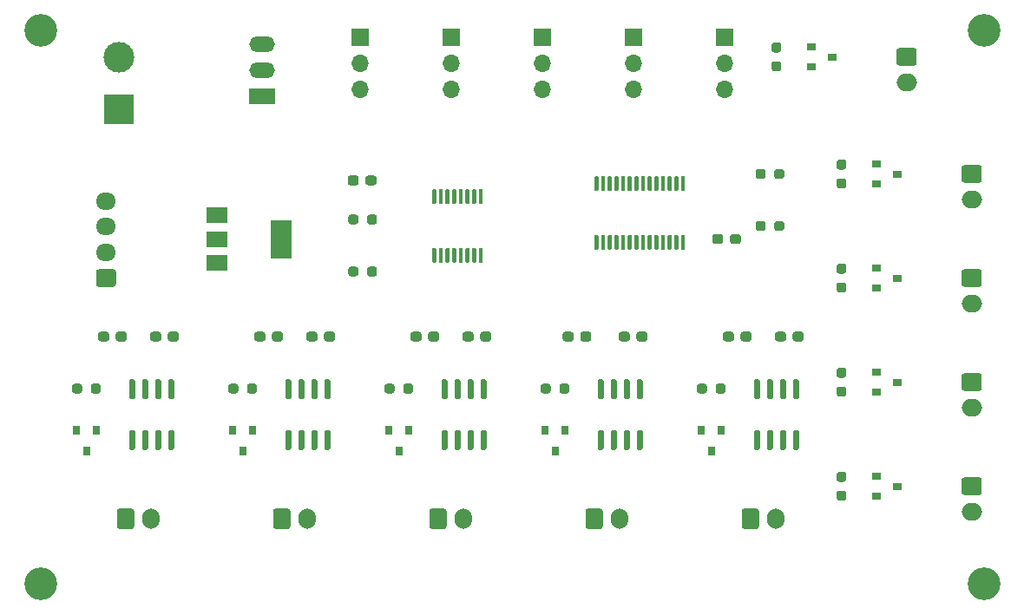
<source format=gbr>
%TF.GenerationSoftware,KiCad,Pcbnew,5.1.9*%
%TF.CreationDate,2021-03-25T13:41:33+01:00*%
%TF.ProjectId,kicad_robot_servos_ev_pompes,6b696361-645f-4726-9f62-6f745f736572,rev?*%
%TF.SameCoordinates,Original*%
%TF.FileFunction,Soldermask,Top*%
%TF.FilePolarity,Negative*%
%FSLAX46Y46*%
G04 Gerber Fmt 4.6, Leading zero omitted, Abs format (unit mm)*
G04 Created by KiCad (PCBNEW 5.1.9) date 2021-03-25 13:41:33*
%MOMM*%
%LPD*%
G01*
G04 APERTURE LIST*
%ADD10C,3.200000*%
%ADD11O,1.700000X1.700000*%
%ADD12R,1.700000X1.700000*%
%ADD13O,1.950000X1.700000*%
%ADD14R,3.000000X3.000000*%
%ADD15C,3.000000*%
%ADD16O,1.700000X2.000000*%
%ADD17O,2.000000X1.700000*%
%ADD18R,0.800000X0.900000*%
%ADD19R,0.900000X0.800000*%
%ADD20R,2.500000X1.500000*%
%ADD21O,2.500000X1.500000*%
%ADD22R,2.000000X3.800000*%
%ADD23R,2.000000X1.500000*%
G04 APERTURE END LIST*
D10*
%TO.C,REF\u002A\u002A*%
X16500000Y-70500000D03*
%TD*%
%TO.C,REF\u002A\u002A*%
X16500000Y-16500000D03*
%TD*%
%TO.C,REF\u002A\u002A*%
X108500000Y-70500000D03*
%TD*%
%TO.C,REF\u002A\u002A*%
X108500000Y-16500000D03*
%TD*%
D11*
%TO.C,J10*%
X65405000Y-22225000D03*
X65405000Y-19685000D03*
D12*
X65405000Y-17145000D03*
%TD*%
%TO.C,U4*%
G36*
G01*
X79055000Y-30690000D02*
X79255000Y-30690000D01*
G75*
G02*
X79355000Y-30790000I0J-100000D01*
G01*
X79355000Y-32065000D01*
G75*
G02*
X79255000Y-32165000I-100000J0D01*
G01*
X79055000Y-32165000D01*
G75*
G02*
X78955000Y-32065000I0J100000D01*
G01*
X78955000Y-30790000D01*
G75*
G02*
X79055000Y-30690000I100000J0D01*
G01*
G37*
G36*
G01*
X78405000Y-30690000D02*
X78605000Y-30690000D01*
G75*
G02*
X78705000Y-30790000I0J-100000D01*
G01*
X78705000Y-32065000D01*
G75*
G02*
X78605000Y-32165000I-100000J0D01*
G01*
X78405000Y-32165000D01*
G75*
G02*
X78305000Y-32065000I0J100000D01*
G01*
X78305000Y-30790000D01*
G75*
G02*
X78405000Y-30690000I100000J0D01*
G01*
G37*
G36*
G01*
X77755000Y-30690000D02*
X77955000Y-30690000D01*
G75*
G02*
X78055000Y-30790000I0J-100000D01*
G01*
X78055000Y-32065000D01*
G75*
G02*
X77955000Y-32165000I-100000J0D01*
G01*
X77755000Y-32165000D01*
G75*
G02*
X77655000Y-32065000I0J100000D01*
G01*
X77655000Y-30790000D01*
G75*
G02*
X77755000Y-30690000I100000J0D01*
G01*
G37*
G36*
G01*
X77105000Y-30690000D02*
X77305000Y-30690000D01*
G75*
G02*
X77405000Y-30790000I0J-100000D01*
G01*
X77405000Y-32065000D01*
G75*
G02*
X77305000Y-32165000I-100000J0D01*
G01*
X77105000Y-32165000D01*
G75*
G02*
X77005000Y-32065000I0J100000D01*
G01*
X77005000Y-30790000D01*
G75*
G02*
X77105000Y-30690000I100000J0D01*
G01*
G37*
G36*
G01*
X76455000Y-30690000D02*
X76655000Y-30690000D01*
G75*
G02*
X76755000Y-30790000I0J-100000D01*
G01*
X76755000Y-32065000D01*
G75*
G02*
X76655000Y-32165000I-100000J0D01*
G01*
X76455000Y-32165000D01*
G75*
G02*
X76355000Y-32065000I0J100000D01*
G01*
X76355000Y-30790000D01*
G75*
G02*
X76455000Y-30690000I100000J0D01*
G01*
G37*
G36*
G01*
X75805000Y-30690000D02*
X76005000Y-30690000D01*
G75*
G02*
X76105000Y-30790000I0J-100000D01*
G01*
X76105000Y-32065000D01*
G75*
G02*
X76005000Y-32165000I-100000J0D01*
G01*
X75805000Y-32165000D01*
G75*
G02*
X75705000Y-32065000I0J100000D01*
G01*
X75705000Y-30790000D01*
G75*
G02*
X75805000Y-30690000I100000J0D01*
G01*
G37*
G36*
G01*
X75155000Y-30690000D02*
X75355000Y-30690000D01*
G75*
G02*
X75455000Y-30790000I0J-100000D01*
G01*
X75455000Y-32065000D01*
G75*
G02*
X75355000Y-32165000I-100000J0D01*
G01*
X75155000Y-32165000D01*
G75*
G02*
X75055000Y-32065000I0J100000D01*
G01*
X75055000Y-30790000D01*
G75*
G02*
X75155000Y-30690000I100000J0D01*
G01*
G37*
G36*
G01*
X74505000Y-30690000D02*
X74705000Y-30690000D01*
G75*
G02*
X74805000Y-30790000I0J-100000D01*
G01*
X74805000Y-32065000D01*
G75*
G02*
X74705000Y-32165000I-100000J0D01*
G01*
X74505000Y-32165000D01*
G75*
G02*
X74405000Y-32065000I0J100000D01*
G01*
X74405000Y-30790000D01*
G75*
G02*
X74505000Y-30690000I100000J0D01*
G01*
G37*
G36*
G01*
X73855000Y-30690000D02*
X74055000Y-30690000D01*
G75*
G02*
X74155000Y-30790000I0J-100000D01*
G01*
X74155000Y-32065000D01*
G75*
G02*
X74055000Y-32165000I-100000J0D01*
G01*
X73855000Y-32165000D01*
G75*
G02*
X73755000Y-32065000I0J100000D01*
G01*
X73755000Y-30790000D01*
G75*
G02*
X73855000Y-30690000I100000J0D01*
G01*
G37*
G36*
G01*
X73205000Y-30690000D02*
X73405000Y-30690000D01*
G75*
G02*
X73505000Y-30790000I0J-100000D01*
G01*
X73505000Y-32065000D01*
G75*
G02*
X73405000Y-32165000I-100000J0D01*
G01*
X73205000Y-32165000D01*
G75*
G02*
X73105000Y-32065000I0J100000D01*
G01*
X73105000Y-30790000D01*
G75*
G02*
X73205000Y-30690000I100000J0D01*
G01*
G37*
G36*
G01*
X72555000Y-30690000D02*
X72755000Y-30690000D01*
G75*
G02*
X72855000Y-30790000I0J-100000D01*
G01*
X72855000Y-32065000D01*
G75*
G02*
X72755000Y-32165000I-100000J0D01*
G01*
X72555000Y-32165000D01*
G75*
G02*
X72455000Y-32065000I0J100000D01*
G01*
X72455000Y-30790000D01*
G75*
G02*
X72555000Y-30690000I100000J0D01*
G01*
G37*
G36*
G01*
X71905000Y-30690000D02*
X72105000Y-30690000D01*
G75*
G02*
X72205000Y-30790000I0J-100000D01*
G01*
X72205000Y-32065000D01*
G75*
G02*
X72105000Y-32165000I-100000J0D01*
G01*
X71905000Y-32165000D01*
G75*
G02*
X71805000Y-32065000I0J100000D01*
G01*
X71805000Y-30790000D01*
G75*
G02*
X71905000Y-30690000I100000J0D01*
G01*
G37*
G36*
G01*
X71255000Y-30690000D02*
X71455000Y-30690000D01*
G75*
G02*
X71555000Y-30790000I0J-100000D01*
G01*
X71555000Y-32065000D01*
G75*
G02*
X71455000Y-32165000I-100000J0D01*
G01*
X71255000Y-32165000D01*
G75*
G02*
X71155000Y-32065000I0J100000D01*
G01*
X71155000Y-30790000D01*
G75*
G02*
X71255000Y-30690000I100000J0D01*
G01*
G37*
G36*
G01*
X70605000Y-30690000D02*
X70805000Y-30690000D01*
G75*
G02*
X70905000Y-30790000I0J-100000D01*
G01*
X70905000Y-32065000D01*
G75*
G02*
X70805000Y-32165000I-100000J0D01*
G01*
X70605000Y-32165000D01*
G75*
G02*
X70505000Y-32065000I0J100000D01*
G01*
X70505000Y-30790000D01*
G75*
G02*
X70605000Y-30690000I100000J0D01*
G01*
G37*
G36*
G01*
X70605000Y-36415000D02*
X70805000Y-36415000D01*
G75*
G02*
X70905000Y-36515000I0J-100000D01*
G01*
X70905000Y-37790000D01*
G75*
G02*
X70805000Y-37890000I-100000J0D01*
G01*
X70605000Y-37890000D01*
G75*
G02*
X70505000Y-37790000I0J100000D01*
G01*
X70505000Y-36515000D01*
G75*
G02*
X70605000Y-36415000I100000J0D01*
G01*
G37*
G36*
G01*
X71255000Y-36415000D02*
X71455000Y-36415000D01*
G75*
G02*
X71555000Y-36515000I0J-100000D01*
G01*
X71555000Y-37790000D01*
G75*
G02*
X71455000Y-37890000I-100000J0D01*
G01*
X71255000Y-37890000D01*
G75*
G02*
X71155000Y-37790000I0J100000D01*
G01*
X71155000Y-36515000D01*
G75*
G02*
X71255000Y-36415000I100000J0D01*
G01*
G37*
G36*
G01*
X71905000Y-36415000D02*
X72105000Y-36415000D01*
G75*
G02*
X72205000Y-36515000I0J-100000D01*
G01*
X72205000Y-37790000D01*
G75*
G02*
X72105000Y-37890000I-100000J0D01*
G01*
X71905000Y-37890000D01*
G75*
G02*
X71805000Y-37790000I0J100000D01*
G01*
X71805000Y-36515000D01*
G75*
G02*
X71905000Y-36415000I100000J0D01*
G01*
G37*
G36*
G01*
X72555000Y-36415000D02*
X72755000Y-36415000D01*
G75*
G02*
X72855000Y-36515000I0J-100000D01*
G01*
X72855000Y-37790000D01*
G75*
G02*
X72755000Y-37890000I-100000J0D01*
G01*
X72555000Y-37890000D01*
G75*
G02*
X72455000Y-37790000I0J100000D01*
G01*
X72455000Y-36515000D01*
G75*
G02*
X72555000Y-36415000I100000J0D01*
G01*
G37*
G36*
G01*
X73205000Y-36415000D02*
X73405000Y-36415000D01*
G75*
G02*
X73505000Y-36515000I0J-100000D01*
G01*
X73505000Y-37790000D01*
G75*
G02*
X73405000Y-37890000I-100000J0D01*
G01*
X73205000Y-37890000D01*
G75*
G02*
X73105000Y-37790000I0J100000D01*
G01*
X73105000Y-36515000D01*
G75*
G02*
X73205000Y-36415000I100000J0D01*
G01*
G37*
G36*
G01*
X73855000Y-36415000D02*
X74055000Y-36415000D01*
G75*
G02*
X74155000Y-36515000I0J-100000D01*
G01*
X74155000Y-37790000D01*
G75*
G02*
X74055000Y-37890000I-100000J0D01*
G01*
X73855000Y-37890000D01*
G75*
G02*
X73755000Y-37790000I0J100000D01*
G01*
X73755000Y-36515000D01*
G75*
G02*
X73855000Y-36415000I100000J0D01*
G01*
G37*
G36*
G01*
X74505000Y-36415000D02*
X74705000Y-36415000D01*
G75*
G02*
X74805000Y-36515000I0J-100000D01*
G01*
X74805000Y-37790000D01*
G75*
G02*
X74705000Y-37890000I-100000J0D01*
G01*
X74505000Y-37890000D01*
G75*
G02*
X74405000Y-37790000I0J100000D01*
G01*
X74405000Y-36515000D01*
G75*
G02*
X74505000Y-36415000I100000J0D01*
G01*
G37*
G36*
G01*
X75155000Y-36415000D02*
X75355000Y-36415000D01*
G75*
G02*
X75455000Y-36515000I0J-100000D01*
G01*
X75455000Y-37790000D01*
G75*
G02*
X75355000Y-37890000I-100000J0D01*
G01*
X75155000Y-37890000D01*
G75*
G02*
X75055000Y-37790000I0J100000D01*
G01*
X75055000Y-36515000D01*
G75*
G02*
X75155000Y-36415000I100000J0D01*
G01*
G37*
G36*
G01*
X75805000Y-36415000D02*
X76005000Y-36415000D01*
G75*
G02*
X76105000Y-36515000I0J-100000D01*
G01*
X76105000Y-37790000D01*
G75*
G02*
X76005000Y-37890000I-100000J0D01*
G01*
X75805000Y-37890000D01*
G75*
G02*
X75705000Y-37790000I0J100000D01*
G01*
X75705000Y-36515000D01*
G75*
G02*
X75805000Y-36415000I100000J0D01*
G01*
G37*
G36*
G01*
X76455000Y-36415000D02*
X76655000Y-36415000D01*
G75*
G02*
X76755000Y-36515000I0J-100000D01*
G01*
X76755000Y-37790000D01*
G75*
G02*
X76655000Y-37890000I-100000J0D01*
G01*
X76455000Y-37890000D01*
G75*
G02*
X76355000Y-37790000I0J100000D01*
G01*
X76355000Y-36515000D01*
G75*
G02*
X76455000Y-36415000I100000J0D01*
G01*
G37*
G36*
G01*
X77105000Y-36415000D02*
X77305000Y-36415000D01*
G75*
G02*
X77405000Y-36515000I0J-100000D01*
G01*
X77405000Y-37790000D01*
G75*
G02*
X77305000Y-37890000I-100000J0D01*
G01*
X77105000Y-37890000D01*
G75*
G02*
X77005000Y-37790000I0J100000D01*
G01*
X77005000Y-36515000D01*
G75*
G02*
X77105000Y-36415000I100000J0D01*
G01*
G37*
G36*
G01*
X77755000Y-36415000D02*
X77955000Y-36415000D01*
G75*
G02*
X78055000Y-36515000I0J-100000D01*
G01*
X78055000Y-37790000D01*
G75*
G02*
X77955000Y-37890000I-100000J0D01*
G01*
X77755000Y-37890000D01*
G75*
G02*
X77655000Y-37790000I0J100000D01*
G01*
X77655000Y-36515000D01*
G75*
G02*
X77755000Y-36415000I100000J0D01*
G01*
G37*
G36*
G01*
X78405000Y-36415000D02*
X78605000Y-36415000D01*
G75*
G02*
X78705000Y-36515000I0J-100000D01*
G01*
X78705000Y-37790000D01*
G75*
G02*
X78605000Y-37890000I-100000J0D01*
G01*
X78405000Y-37890000D01*
G75*
G02*
X78305000Y-37790000I0J100000D01*
G01*
X78305000Y-36515000D01*
G75*
G02*
X78405000Y-36415000I100000J0D01*
G01*
G37*
G36*
G01*
X79055000Y-36415000D02*
X79255000Y-36415000D01*
G75*
G02*
X79355000Y-36515000I0J-100000D01*
G01*
X79355000Y-37790000D01*
G75*
G02*
X79255000Y-37890000I-100000J0D01*
G01*
X79055000Y-37890000D01*
G75*
G02*
X78955000Y-37790000I0J100000D01*
G01*
X78955000Y-36515000D01*
G75*
G02*
X79055000Y-36415000I100000J0D01*
G01*
G37*
%TD*%
%TO.C,C1*%
G36*
G01*
X48177500Y-31352500D02*
X48177500Y-30877500D01*
G75*
G02*
X48415000Y-30640000I237500J0D01*
G01*
X49015000Y-30640000D01*
G75*
G02*
X49252500Y-30877500I0J-237500D01*
G01*
X49252500Y-31352500D01*
G75*
G02*
X49015000Y-31590000I-237500J0D01*
G01*
X48415000Y-31590000D01*
G75*
G02*
X48177500Y-31352500I0J237500D01*
G01*
G37*
G36*
G01*
X46452500Y-31352500D02*
X46452500Y-30877500D01*
G75*
G02*
X46690000Y-30640000I237500J0D01*
G01*
X47290000Y-30640000D01*
G75*
G02*
X47527500Y-30877500I0J-237500D01*
G01*
X47527500Y-31352500D01*
G75*
G02*
X47290000Y-31590000I-237500J0D01*
G01*
X46690000Y-31590000D01*
G75*
G02*
X46452500Y-31352500I0J237500D01*
G01*
G37*
%TD*%
%TO.C,C2*%
G36*
G01*
X84812500Y-36592500D02*
X84812500Y-37067500D01*
G75*
G02*
X84575000Y-37305000I-237500J0D01*
G01*
X83975000Y-37305000D01*
G75*
G02*
X83737500Y-37067500I0J237500D01*
G01*
X83737500Y-36592500D01*
G75*
G02*
X83975000Y-36355000I237500J0D01*
G01*
X84575000Y-36355000D01*
G75*
G02*
X84812500Y-36592500I0J-237500D01*
G01*
G37*
G36*
G01*
X83087500Y-36592500D02*
X83087500Y-37067500D01*
G75*
G02*
X82850000Y-37305000I-237500J0D01*
G01*
X82250000Y-37305000D01*
G75*
G02*
X82012500Y-37067500I0J237500D01*
G01*
X82012500Y-36592500D01*
G75*
G02*
X82250000Y-36355000I237500J0D01*
G01*
X82850000Y-36355000D01*
G75*
G02*
X83087500Y-36592500I0J-237500D01*
G01*
G37*
%TD*%
%TO.C,C3*%
G36*
G01*
X83055000Y-46592500D02*
X83055000Y-46117500D01*
G75*
G02*
X83292500Y-45880000I237500J0D01*
G01*
X83892500Y-45880000D01*
G75*
G02*
X84130000Y-46117500I0J-237500D01*
G01*
X84130000Y-46592500D01*
G75*
G02*
X83892500Y-46830000I-237500J0D01*
G01*
X83292500Y-46830000D01*
G75*
G02*
X83055000Y-46592500I0J237500D01*
G01*
G37*
G36*
G01*
X84780000Y-46592500D02*
X84780000Y-46117500D01*
G75*
G02*
X85017500Y-45880000I237500J0D01*
G01*
X85617500Y-45880000D01*
G75*
G02*
X85855000Y-46117500I0J-237500D01*
G01*
X85855000Y-46592500D01*
G75*
G02*
X85617500Y-46830000I-237500J0D01*
G01*
X85017500Y-46830000D01*
G75*
G02*
X84780000Y-46592500I0J237500D01*
G01*
G37*
%TD*%
%TO.C,C4*%
G36*
G01*
X89860000Y-46592500D02*
X89860000Y-46117500D01*
G75*
G02*
X90097500Y-45880000I237500J0D01*
G01*
X90697500Y-45880000D01*
G75*
G02*
X90935000Y-46117500I0J-237500D01*
G01*
X90935000Y-46592500D01*
G75*
G02*
X90697500Y-46830000I-237500J0D01*
G01*
X90097500Y-46830000D01*
G75*
G02*
X89860000Y-46592500I0J237500D01*
G01*
G37*
G36*
G01*
X88135000Y-46592500D02*
X88135000Y-46117500D01*
G75*
G02*
X88372500Y-45880000I237500J0D01*
G01*
X88972500Y-45880000D01*
G75*
G02*
X89210000Y-46117500I0J-237500D01*
G01*
X89210000Y-46592500D01*
G75*
G02*
X88972500Y-46830000I-237500J0D01*
G01*
X88372500Y-46830000D01*
G75*
G02*
X88135000Y-46592500I0J237500D01*
G01*
G37*
%TD*%
%TO.C,C5*%
G36*
G01*
X23820000Y-46592500D02*
X23820000Y-46117500D01*
G75*
G02*
X24057500Y-45880000I237500J0D01*
G01*
X24657500Y-45880000D01*
G75*
G02*
X24895000Y-46117500I0J-237500D01*
G01*
X24895000Y-46592500D01*
G75*
G02*
X24657500Y-46830000I-237500J0D01*
G01*
X24057500Y-46830000D01*
G75*
G02*
X23820000Y-46592500I0J237500D01*
G01*
G37*
G36*
G01*
X22095000Y-46592500D02*
X22095000Y-46117500D01*
G75*
G02*
X22332500Y-45880000I237500J0D01*
G01*
X22932500Y-45880000D01*
G75*
G02*
X23170000Y-46117500I0J-237500D01*
G01*
X23170000Y-46592500D01*
G75*
G02*
X22932500Y-46830000I-237500J0D01*
G01*
X22332500Y-46830000D01*
G75*
G02*
X22095000Y-46592500I0J237500D01*
G01*
G37*
%TD*%
%TO.C,C6*%
G36*
G01*
X27175000Y-46592500D02*
X27175000Y-46117500D01*
G75*
G02*
X27412500Y-45880000I237500J0D01*
G01*
X28012500Y-45880000D01*
G75*
G02*
X28250000Y-46117500I0J-237500D01*
G01*
X28250000Y-46592500D01*
G75*
G02*
X28012500Y-46830000I-237500J0D01*
G01*
X27412500Y-46830000D01*
G75*
G02*
X27175000Y-46592500I0J237500D01*
G01*
G37*
G36*
G01*
X28900000Y-46592500D02*
X28900000Y-46117500D01*
G75*
G02*
X29137500Y-45880000I237500J0D01*
G01*
X29737500Y-45880000D01*
G75*
G02*
X29975000Y-46117500I0J-237500D01*
G01*
X29975000Y-46592500D01*
G75*
G02*
X29737500Y-46830000I-237500J0D01*
G01*
X29137500Y-46830000D01*
G75*
G02*
X28900000Y-46592500I0J237500D01*
G01*
G37*
%TD*%
%TO.C,C7*%
G36*
G01*
X67407500Y-46592500D02*
X67407500Y-46117500D01*
G75*
G02*
X67645000Y-45880000I237500J0D01*
G01*
X68245000Y-45880000D01*
G75*
G02*
X68482500Y-46117500I0J-237500D01*
G01*
X68482500Y-46592500D01*
G75*
G02*
X68245000Y-46830000I-237500J0D01*
G01*
X67645000Y-46830000D01*
G75*
G02*
X67407500Y-46592500I0J237500D01*
G01*
G37*
G36*
G01*
X69132500Y-46592500D02*
X69132500Y-46117500D01*
G75*
G02*
X69370000Y-45880000I237500J0D01*
G01*
X69970000Y-45880000D01*
G75*
G02*
X70207500Y-46117500I0J-237500D01*
G01*
X70207500Y-46592500D01*
G75*
G02*
X69970000Y-46830000I-237500J0D01*
G01*
X69370000Y-46830000D01*
G75*
G02*
X69132500Y-46592500I0J237500D01*
G01*
G37*
%TD*%
%TO.C,C8*%
G36*
G01*
X74620000Y-46592500D02*
X74620000Y-46117500D01*
G75*
G02*
X74857500Y-45880000I237500J0D01*
G01*
X75457500Y-45880000D01*
G75*
G02*
X75695000Y-46117500I0J-237500D01*
G01*
X75695000Y-46592500D01*
G75*
G02*
X75457500Y-46830000I-237500J0D01*
G01*
X74857500Y-46830000D01*
G75*
G02*
X74620000Y-46592500I0J237500D01*
G01*
G37*
G36*
G01*
X72895000Y-46592500D02*
X72895000Y-46117500D01*
G75*
G02*
X73132500Y-45880000I237500J0D01*
G01*
X73732500Y-45880000D01*
G75*
G02*
X73970000Y-46117500I0J-237500D01*
G01*
X73970000Y-46592500D01*
G75*
G02*
X73732500Y-46830000I-237500J0D01*
G01*
X73132500Y-46830000D01*
G75*
G02*
X72895000Y-46592500I0J237500D01*
G01*
G37*
%TD*%
%TO.C,C9*%
G36*
G01*
X54300000Y-46592500D02*
X54300000Y-46117500D01*
G75*
G02*
X54537500Y-45880000I237500J0D01*
G01*
X55137500Y-45880000D01*
G75*
G02*
X55375000Y-46117500I0J-237500D01*
G01*
X55375000Y-46592500D01*
G75*
G02*
X55137500Y-46830000I-237500J0D01*
G01*
X54537500Y-46830000D01*
G75*
G02*
X54300000Y-46592500I0J237500D01*
G01*
G37*
G36*
G01*
X52575000Y-46592500D02*
X52575000Y-46117500D01*
G75*
G02*
X52812500Y-45880000I237500J0D01*
G01*
X53412500Y-45880000D01*
G75*
G02*
X53650000Y-46117500I0J-237500D01*
G01*
X53650000Y-46592500D01*
G75*
G02*
X53412500Y-46830000I-237500J0D01*
G01*
X52812500Y-46830000D01*
G75*
G02*
X52575000Y-46592500I0J237500D01*
G01*
G37*
%TD*%
%TO.C,C10*%
G36*
G01*
X57655000Y-46592500D02*
X57655000Y-46117500D01*
G75*
G02*
X57892500Y-45880000I237500J0D01*
G01*
X58492500Y-45880000D01*
G75*
G02*
X58730000Y-46117500I0J-237500D01*
G01*
X58730000Y-46592500D01*
G75*
G02*
X58492500Y-46830000I-237500J0D01*
G01*
X57892500Y-46830000D01*
G75*
G02*
X57655000Y-46592500I0J237500D01*
G01*
G37*
G36*
G01*
X59380000Y-46592500D02*
X59380000Y-46117500D01*
G75*
G02*
X59617500Y-45880000I237500J0D01*
G01*
X60217500Y-45880000D01*
G75*
G02*
X60455000Y-46117500I0J-237500D01*
G01*
X60455000Y-46592500D01*
G75*
G02*
X60217500Y-46830000I-237500J0D01*
G01*
X59617500Y-46830000D01*
G75*
G02*
X59380000Y-46592500I0J237500D01*
G01*
G37*
%TD*%
%TO.C,C11*%
G36*
G01*
X39060000Y-46592500D02*
X39060000Y-46117500D01*
G75*
G02*
X39297500Y-45880000I237500J0D01*
G01*
X39897500Y-45880000D01*
G75*
G02*
X40135000Y-46117500I0J-237500D01*
G01*
X40135000Y-46592500D01*
G75*
G02*
X39897500Y-46830000I-237500J0D01*
G01*
X39297500Y-46830000D01*
G75*
G02*
X39060000Y-46592500I0J237500D01*
G01*
G37*
G36*
G01*
X37335000Y-46592500D02*
X37335000Y-46117500D01*
G75*
G02*
X37572500Y-45880000I237500J0D01*
G01*
X38172500Y-45880000D01*
G75*
G02*
X38410000Y-46117500I0J-237500D01*
G01*
X38410000Y-46592500D01*
G75*
G02*
X38172500Y-46830000I-237500J0D01*
G01*
X37572500Y-46830000D01*
G75*
G02*
X37335000Y-46592500I0J237500D01*
G01*
G37*
%TD*%
%TO.C,C12*%
G36*
G01*
X42415000Y-46592500D02*
X42415000Y-46117500D01*
G75*
G02*
X42652500Y-45880000I237500J0D01*
G01*
X43252500Y-45880000D01*
G75*
G02*
X43490000Y-46117500I0J-237500D01*
G01*
X43490000Y-46592500D01*
G75*
G02*
X43252500Y-46830000I-237500J0D01*
G01*
X42652500Y-46830000D01*
G75*
G02*
X42415000Y-46592500I0J237500D01*
G01*
G37*
G36*
G01*
X44140000Y-46592500D02*
X44140000Y-46117500D01*
G75*
G02*
X44377500Y-45880000I237500J0D01*
G01*
X44977500Y-45880000D01*
G75*
G02*
X45215000Y-46117500I0J-237500D01*
G01*
X45215000Y-46592500D01*
G75*
G02*
X44977500Y-46830000I-237500J0D01*
G01*
X44377500Y-46830000D01*
G75*
G02*
X44140000Y-46592500I0J237500D01*
G01*
G37*
%TD*%
%TO.C,J1*%
G36*
G01*
X23585000Y-41490000D02*
X22135000Y-41490000D01*
G75*
G02*
X21885000Y-41240000I0J250000D01*
G01*
X21885000Y-40040000D01*
G75*
G02*
X22135000Y-39790000I250000J0D01*
G01*
X23585000Y-39790000D01*
G75*
G02*
X23835000Y-40040000I0J-250000D01*
G01*
X23835000Y-41240000D01*
G75*
G02*
X23585000Y-41490000I-250000J0D01*
G01*
G37*
D13*
X22860000Y-38140000D03*
X22860000Y-35640000D03*
X22860000Y-33140000D03*
%TD*%
D14*
%TO.C,J2*%
X24130000Y-24130000D03*
D15*
X24130000Y-19050000D03*
%TD*%
D16*
%TO.C,J3*%
X88225000Y-64135000D03*
G36*
G01*
X84875000Y-64885000D02*
X84875000Y-63385000D01*
G75*
G02*
X85125000Y-63135000I250000J0D01*
G01*
X86325000Y-63135000D01*
G75*
G02*
X86575000Y-63385000I0J-250000D01*
G01*
X86575000Y-64885000D01*
G75*
G02*
X86325000Y-65135000I-250000J0D01*
G01*
X85125000Y-65135000D01*
G75*
G02*
X84875000Y-64885000I0J250000D01*
G01*
G37*
%TD*%
%TO.C,J4*%
G36*
G01*
X23915000Y-64885000D02*
X23915000Y-63385000D01*
G75*
G02*
X24165000Y-63135000I250000J0D01*
G01*
X25365000Y-63135000D01*
G75*
G02*
X25615000Y-63385000I0J-250000D01*
G01*
X25615000Y-64885000D01*
G75*
G02*
X25365000Y-65135000I-250000J0D01*
G01*
X24165000Y-65135000D01*
G75*
G02*
X23915000Y-64885000I0J250000D01*
G01*
G37*
X27265000Y-64135000D03*
%TD*%
%TO.C,J5*%
G36*
G01*
X69635000Y-64885000D02*
X69635000Y-63385000D01*
G75*
G02*
X69885000Y-63135000I250000J0D01*
G01*
X71085000Y-63135000D01*
G75*
G02*
X71335000Y-63385000I0J-250000D01*
G01*
X71335000Y-64885000D01*
G75*
G02*
X71085000Y-65135000I-250000J0D01*
G01*
X69885000Y-65135000D01*
G75*
G02*
X69635000Y-64885000I0J250000D01*
G01*
G37*
X72985000Y-64135000D03*
%TD*%
%TO.C,J6*%
G36*
G01*
X54395000Y-64885000D02*
X54395000Y-63385000D01*
G75*
G02*
X54645000Y-63135000I250000J0D01*
G01*
X55845000Y-63135000D01*
G75*
G02*
X56095000Y-63385000I0J-250000D01*
G01*
X56095000Y-64885000D01*
G75*
G02*
X55845000Y-65135000I-250000J0D01*
G01*
X54645000Y-65135000D01*
G75*
G02*
X54395000Y-64885000I0J250000D01*
G01*
G37*
X57745000Y-64135000D03*
%TD*%
%TO.C,J7*%
X42505000Y-64135000D03*
G36*
G01*
X39155000Y-64885000D02*
X39155000Y-63385000D01*
G75*
G02*
X39405000Y-63135000I250000J0D01*
G01*
X40605000Y-63135000D01*
G75*
G02*
X40855000Y-63385000I0J-250000D01*
G01*
X40855000Y-64885000D01*
G75*
G02*
X40605000Y-65135000I-250000J0D01*
G01*
X39405000Y-65135000D01*
G75*
G02*
X39155000Y-64885000I0J250000D01*
G01*
G37*
%TD*%
D11*
%TO.C,J8*%
X83185000Y-22225000D03*
X83185000Y-19685000D03*
D12*
X83185000Y-17145000D03*
%TD*%
%TO.C,J9*%
X74295000Y-17145000D03*
D11*
X74295000Y-19685000D03*
X74295000Y-22225000D03*
%TD*%
D12*
%TO.C,J11*%
X56515000Y-17145000D03*
D11*
X56515000Y-19685000D03*
X56515000Y-22225000D03*
%TD*%
D12*
%TO.C,J12*%
X47625000Y-17145000D03*
D11*
X47625000Y-19685000D03*
X47625000Y-22225000D03*
%TD*%
D17*
%TO.C,J13*%
X107315000Y-63460000D03*
G36*
G01*
X106565000Y-60110000D02*
X108065000Y-60110000D01*
G75*
G02*
X108315000Y-60360000I0J-250000D01*
G01*
X108315000Y-61560000D01*
G75*
G02*
X108065000Y-61810000I-250000J0D01*
G01*
X106565000Y-61810000D01*
G75*
G02*
X106315000Y-61560000I0J250000D01*
G01*
X106315000Y-60360000D01*
G75*
G02*
X106565000Y-60110000I250000J0D01*
G01*
G37*
%TD*%
%TO.C,J14*%
G36*
G01*
X106565000Y-49950000D02*
X108065000Y-49950000D01*
G75*
G02*
X108315000Y-50200000I0J-250000D01*
G01*
X108315000Y-51400000D01*
G75*
G02*
X108065000Y-51650000I-250000J0D01*
G01*
X106565000Y-51650000D01*
G75*
G02*
X106315000Y-51400000I0J250000D01*
G01*
X106315000Y-50200000D01*
G75*
G02*
X106565000Y-49950000I250000J0D01*
G01*
G37*
X107315000Y-53300000D03*
%TD*%
%TO.C,J15*%
X107315000Y-43140000D03*
G36*
G01*
X106565000Y-39790000D02*
X108065000Y-39790000D01*
G75*
G02*
X108315000Y-40040000I0J-250000D01*
G01*
X108315000Y-41240000D01*
G75*
G02*
X108065000Y-41490000I-250000J0D01*
G01*
X106565000Y-41490000D01*
G75*
G02*
X106315000Y-41240000I0J250000D01*
G01*
X106315000Y-40040000D01*
G75*
G02*
X106565000Y-39790000I250000J0D01*
G01*
G37*
%TD*%
%TO.C,J16*%
G36*
G01*
X106565000Y-29630000D02*
X108065000Y-29630000D01*
G75*
G02*
X108315000Y-29880000I0J-250000D01*
G01*
X108315000Y-31080000D01*
G75*
G02*
X108065000Y-31330000I-250000J0D01*
G01*
X106565000Y-31330000D01*
G75*
G02*
X106315000Y-31080000I0J250000D01*
G01*
X106315000Y-29880000D01*
G75*
G02*
X106565000Y-29630000I250000J0D01*
G01*
G37*
X107315000Y-32980000D03*
%TD*%
%TO.C,J17*%
X100965000Y-21550000D03*
G36*
G01*
X100215000Y-18200000D02*
X101715000Y-18200000D01*
G75*
G02*
X101965000Y-18450000I0J-250000D01*
G01*
X101965000Y-19650000D01*
G75*
G02*
X101715000Y-19900000I-250000J0D01*
G01*
X100215000Y-19900000D01*
G75*
G02*
X99965000Y-19650000I0J250000D01*
G01*
X99965000Y-18450000D01*
G75*
G02*
X100215000Y-18200000I250000J0D01*
G01*
G37*
%TD*%
D18*
%TO.C,Q1*%
X82865000Y-55515000D03*
X80965000Y-55515000D03*
X81915000Y-57515000D03*
%TD*%
%TO.C,Q2*%
X21905000Y-55515000D03*
X20005000Y-55515000D03*
X20955000Y-57515000D03*
%TD*%
%TO.C,Q3*%
X66675000Y-57515000D03*
X65725000Y-55515000D03*
X67625000Y-55515000D03*
%TD*%
%TO.C,Q4*%
X51435000Y-57515000D03*
X50485000Y-55515000D03*
X52385000Y-55515000D03*
%TD*%
%TO.C,Q5*%
X36195000Y-57515000D03*
X35245000Y-55515000D03*
X37145000Y-55515000D03*
%TD*%
D19*
%TO.C,Q6*%
X100060000Y-60960000D03*
X98060000Y-61910000D03*
X98060000Y-60010000D03*
%TD*%
%TO.C,Q7*%
X98060000Y-49850000D03*
X98060000Y-51750000D03*
X100060000Y-50800000D03*
%TD*%
%TO.C,Q8*%
X100060000Y-40640000D03*
X98060000Y-41590000D03*
X98060000Y-39690000D03*
%TD*%
%TO.C,Q9*%
X98060000Y-29530000D03*
X98060000Y-31430000D03*
X100060000Y-30480000D03*
%TD*%
%TO.C,Q10*%
X91710000Y-18100000D03*
X91710000Y-20000000D03*
X93710000Y-19050000D03*
%TD*%
%TO.C,R1*%
G36*
G01*
X88055000Y-35797500D02*
X88055000Y-35322500D01*
G75*
G02*
X88292500Y-35085000I237500J0D01*
G01*
X88792500Y-35085000D01*
G75*
G02*
X89030000Y-35322500I0J-237500D01*
G01*
X89030000Y-35797500D01*
G75*
G02*
X88792500Y-36035000I-237500J0D01*
G01*
X88292500Y-36035000D01*
G75*
G02*
X88055000Y-35797500I0J237500D01*
G01*
G37*
G36*
G01*
X86230000Y-35797500D02*
X86230000Y-35322500D01*
G75*
G02*
X86467500Y-35085000I237500J0D01*
G01*
X86967500Y-35085000D01*
G75*
G02*
X87205000Y-35322500I0J-237500D01*
G01*
X87205000Y-35797500D01*
G75*
G02*
X86967500Y-36035000I-237500J0D01*
G01*
X86467500Y-36035000D01*
G75*
G02*
X86230000Y-35797500I0J237500D01*
G01*
G37*
%TD*%
%TO.C,R2*%
G36*
G01*
X86230000Y-30717500D02*
X86230000Y-30242500D01*
G75*
G02*
X86467500Y-30005000I237500J0D01*
G01*
X86967500Y-30005000D01*
G75*
G02*
X87205000Y-30242500I0J-237500D01*
G01*
X87205000Y-30717500D01*
G75*
G02*
X86967500Y-30955000I-237500J0D01*
G01*
X86467500Y-30955000D01*
G75*
G02*
X86230000Y-30717500I0J237500D01*
G01*
G37*
G36*
G01*
X88055000Y-30717500D02*
X88055000Y-30242500D01*
G75*
G02*
X88292500Y-30005000I237500J0D01*
G01*
X88792500Y-30005000D01*
G75*
G02*
X89030000Y-30242500I0J-237500D01*
G01*
X89030000Y-30717500D01*
G75*
G02*
X88792500Y-30955000I-237500J0D01*
G01*
X88292500Y-30955000D01*
G75*
G02*
X88055000Y-30717500I0J237500D01*
G01*
G37*
%TD*%
%TO.C,R3*%
G36*
G01*
X48327500Y-35162500D02*
X48327500Y-34687500D01*
G75*
G02*
X48565000Y-34450000I237500J0D01*
G01*
X49065000Y-34450000D01*
G75*
G02*
X49302500Y-34687500I0J-237500D01*
G01*
X49302500Y-35162500D01*
G75*
G02*
X49065000Y-35400000I-237500J0D01*
G01*
X48565000Y-35400000D01*
G75*
G02*
X48327500Y-35162500I0J237500D01*
G01*
G37*
G36*
G01*
X46502500Y-35162500D02*
X46502500Y-34687500D01*
G75*
G02*
X46740000Y-34450000I237500J0D01*
G01*
X47240000Y-34450000D01*
G75*
G02*
X47477500Y-34687500I0J-237500D01*
G01*
X47477500Y-35162500D01*
G75*
G02*
X47240000Y-35400000I-237500J0D01*
G01*
X46740000Y-35400000D01*
G75*
G02*
X46502500Y-35162500I0J237500D01*
G01*
G37*
%TD*%
%TO.C,R4*%
G36*
G01*
X46502500Y-40242500D02*
X46502500Y-39767500D01*
G75*
G02*
X46740000Y-39530000I237500J0D01*
G01*
X47240000Y-39530000D01*
G75*
G02*
X47477500Y-39767500I0J-237500D01*
G01*
X47477500Y-40242500D01*
G75*
G02*
X47240000Y-40480000I-237500J0D01*
G01*
X46740000Y-40480000D01*
G75*
G02*
X46502500Y-40242500I0J237500D01*
G01*
G37*
G36*
G01*
X48327500Y-40242500D02*
X48327500Y-39767500D01*
G75*
G02*
X48565000Y-39530000I237500J0D01*
G01*
X49065000Y-39530000D01*
G75*
G02*
X49302500Y-39767500I0J-237500D01*
G01*
X49302500Y-40242500D01*
G75*
G02*
X49065000Y-40480000I-237500J0D01*
G01*
X48565000Y-40480000D01*
G75*
G02*
X48327500Y-40242500I0J237500D01*
G01*
G37*
%TD*%
%TO.C,R5*%
G36*
G01*
X81490000Y-51197500D02*
X81490000Y-51672500D01*
G75*
G02*
X81252500Y-51910000I-237500J0D01*
G01*
X80752500Y-51910000D01*
G75*
G02*
X80515000Y-51672500I0J237500D01*
G01*
X80515000Y-51197500D01*
G75*
G02*
X80752500Y-50960000I237500J0D01*
G01*
X81252500Y-50960000D01*
G75*
G02*
X81490000Y-51197500I0J-237500D01*
G01*
G37*
G36*
G01*
X83315000Y-51197500D02*
X83315000Y-51672500D01*
G75*
G02*
X83077500Y-51910000I-237500J0D01*
G01*
X82577500Y-51910000D01*
G75*
G02*
X82340000Y-51672500I0J237500D01*
G01*
X82340000Y-51197500D01*
G75*
G02*
X82577500Y-50960000I237500J0D01*
G01*
X83077500Y-50960000D01*
G75*
G02*
X83315000Y-51197500I0J-237500D01*
G01*
G37*
%TD*%
%TO.C,R6*%
G36*
G01*
X22355000Y-51197500D02*
X22355000Y-51672500D01*
G75*
G02*
X22117500Y-51910000I-237500J0D01*
G01*
X21617500Y-51910000D01*
G75*
G02*
X21380000Y-51672500I0J237500D01*
G01*
X21380000Y-51197500D01*
G75*
G02*
X21617500Y-50960000I237500J0D01*
G01*
X22117500Y-50960000D01*
G75*
G02*
X22355000Y-51197500I0J-237500D01*
G01*
G37*
G36*
G01*
X20530000Y-51197500D02*
X20530000Y-51672500D01*
G75*
G02*
X20292500Y-51910000I-237500J0D01*
G01*
X19792500Y-51910000D01*
G75*
G02*
X19555000Y-51672500I0J237500D01*
G01*
X19555000Y-51197500D01*
G75*
G02*
X19792500Y-50960000I237500J0D01*
G01*
X20292500Y-50960000D01*
G75*
G02*
X20530000Y-51197500I0J-237500D01*
G01*
G37*
%TD*%
%TO.C,R7*%
G36*
G01*
X66250000Y-51197500D02*
X66250000Y-51672500D01*
G75*
G02*
X66012500Y-51910000I-237500J0D01*
G01*
X65512500Y-51910000D01*
G75*
G02*
X65275000Y-51672500I0J237500D01*
G01*
X65275000Y-51197500D01*
G75*
G02*
X65512500Y-50960000I237500J0D01*
G01*
X66012500Y-50960000D01*
G75*
G02*
X66250000Y-51197500I0J-237500D01*
G01*
G37*
G36*
G01*
X68075000Y-51197500D02*
X68075000Y-51672500D01*
G75*
G02*
X67837500Y-51910000I-237500J0D01*
G01*
X67337500Y-51910000D01*
G75*
G02*
X67100000Y-51672500I0J237500D01*
G01*
X67100000Y-51197500D01*
G75*
G02*
X67337500Y-50960000I237500J0D01*
G01*
X67837500Y-50960000D01*
G75*
G02*
X68075000Y-51197500I0J-237500D01*
G01*
G37*
%TD*%
%TO.C,R8*%
G36*
G01*
X52835000Y-51197500D02*
X52835000Y-51672500D01*
G75*
G02*
X52597500Y-51910000I-237500J0D01*
G01*
X52097500Y-51910000D01*
G75*
G02*
X51860000Y-51672500I0J237500D01*
G01*
X51860000Y-51197500D01*
G75*
G02*
X52097500Y-50960000I237500J0D01*
G01*
X52597500Y-50960000D01*
G75*
G02*
X52835000Y-51197500I0J-237500D01*
G01*
G37*
G36*
G01*
X51010000Y-51197500D02*
X51010000Y-51672500D01*
G75*
G02*
X50772500Y-51910000I-237500J0D01*
G01*
X50272500Y-51910000D01*
G75*
G02*
X50035000Y-51672500I0J237500D01*
G01*
X50035000Y-51197500D01*
G75*
G02*
X50272500Y-50960000I237500J0D01*
G01*
X50772500Y-50960000D01*
G75*
G02*
X51010000Y-51197500I0J-237500D01*
G01*
G37*
%TD*%
%TO.C,R9*%
G36*
G01*
X35770000Y-51197500D02*
X35770000Y-51672500D01*
G75*
G02*
X35532500Y-51910000I-237500J0D01*
G01*
X35032500Y-51910000D01*
G75*
G02*
X34795000Y-51672500I0J237500D01*
G01*
X34795000Y-51197500D01*
G75*
G02*
X35032500Y-50960000I237500J0D01*
G01*
X35532500Y-50960000D01*
G75*
G02*
X35770000Y-51197500I0J-237500D01*
G01*
G37*
G36*
G01*
X37595000Y-51197500D02*
X37595000Y-51672500D01*
G75*
G02*
X37357500Y-51910000I-237500J0D01*
G01*
X36857500Y-51910000D01*
G75*
G02*
X36620000Y-51672500I0J237500D01*
G01*
X36620000Y-51197500D01*
G75*
G02*
X36857500Y-50960000I237500J0D01*
G01*
X37357500Y-50960000D01*
G75*
G02*
X37595000Y-51197500I0J-237500D01*
G01*
G37*
%TD*%
%TO.C,R10*%
G36*
G01*
X94377500Y-59560000D02*
X94852500Y-59560000D01*
G75*
G02*
X95090000Y-59797500I0J-237500D01*
G01*
X95090000Y-60297500D01*
G75*
G02*
X94852500Y-60535000I-237500J0D01*
G01*
X94377500Y-60535000D01*
G75*
G02*
X94140000Y-60297500I0J237500D01*
G01*
X94140000Y-59797500D01*
G75*
G02*
X94377500Y-59560000I237500J0D01*
G01*
G37*
G36*
G01*
X94377500Y-61385000D02*
X94852500Y-61385000D01*
G75*
G02*
X95090000Y-61622500I0J-237500D01*
G01*
X95090000Y-62122500D01*
G75*
G02*
X94852500Y-62360000I-237500J0D01*
G01*
X94377500Y-62360000D01*
G75*
G02*
X94140000Y-62122500I0J237500D01*
G01*
X94140000Y-61622500D01*
G75*
G02*
X94377500Y-61385000I237500J0D01*
G01*
G37*
%TD*%
%TO.C,R11*%
G36*
G01*
X94377500Y-51225000D02*
X94852500Y-51225000D01*
G75*
G02*
X95090000Y-51462500I0J-237500D01*
G01*
X95090000Y-51962500D01*
G75*
G02*
X94852500Y-52200000I-237500J0D01*
G01*
X94377500Y-52200000D01*
G75*
G02*
X94140000Y-51962500I0J237500D01*
G01*
X94140000Y-51462500D01*
G75*
G02*
X94377500Y-51225000I237500J0D01*
G01*
G37*
G36*
G01*
X94377500Y-49400000D02*
X94852500Y-49400000D01*
G75*
G02*
X95090000Y-49637500I0J-237500D01*
G01*
X95090000Y-50137500D01*
G75*
G02*
X94852500Y-50375000I-237500J0D01*
G01*
X94377500Y-50375000D01*
G75*
G02*
X94140000Y-50137500I0J237500D01*
G01*
X94140000Y-49637500D01*
G75*
G02*
X94377500Y-49400000I237500J0D01*
G01*
G37*
%TD*%
%TO.C,R12*%
G36*
G01*
X94377500Y-41065000D02*
X94852500Y-41065000D01*
G75*
G02*
X95090000Y-41302500I0J-237500D01*
G01*
X95090000Y-41802500D01*
G75*
G02*
X94852500Y-42040000I-237500J0D01*
G01*
X94377500Y-42040000D01*
G75*
G02*
X94140000Y-41802500I0J237500D01*
G01*
X94140000Y-41302500D01*
G75*
G02*
X94377500Y-41065000I237500J0D01*
G01*
G37*
G36*
G01*
X94377500Y-39240000D02*
X94852500Y-39240000D01*
G75*
G02*
X95090000Y-39477500I0J-237500D01*
G01*
X95090000Y-39977500D01*
G75*
G02*
X94852500Y-40215000I-237500J0D01*
G01*
X94377500Y-40215000D01*
G75*
G02*
X94140000Y-39977500I0J237500D01*
G01*
X94140000Y-39477500D01*
G75*
G02*
X94377500Y-39240000I237500J0D01*
G01*
G37*
%TD*%
%TO.C,R13*%
G36*
G01*
X94377500Y-29080000D02*
X94852500Y-29080000D01*
G75*
G02*
X95090000Y-29317500I0J-237500D01*
G01*
X95090000Y-29817500D01*
G75*
G02*
X94852500Y-30055000I-237500J0D01*
G01*
X94377500Y-30055000D01*
G75*
G02*
X94140000Y-29817500I0J237500D01*
G01*
X94140000Y-29317500D01*
G75*
G02*
X94377500Y-29080000I237500J0D01*
G01*
G37*
G36*
G01*
X94377500Y-30905000D02*
X94852500Y-30905000D01*
G75*
G02*
X95090000Y-31142500I0J-237500D01*
G01*
X95090000Y-31642500D01*
G75*
G02*
X94852500Y-31880000I-237500J0D01*
G01*
X94377500Y-31880000D01*
G75*
G02*
X94140000Y-31642500I0J237500D01*
G01*
X94140000Y-31142500D01*
G75*
G02*
X94377500Y-30905000I237500J0D01*
G01*
G37*
%TD*%
%TO.C,R14*%
G36*
G01*
X88027500Y-17650000D02*
X88502500Y-17650000D01*
G75*
G02*
X88740000Y-17887500I0J-237500D01*
G01*
X88740000Y-18387500D01*
G75*
G02*
X88502500Y-18625000I-237500J0D01*
G01*
X88027500Y-18625000D01*
G75*
G02*
X87790000Y-18387500I0J237500D01*
G01*
X87790000Y-17887500D01*
G75*
G02*
X88027500Y-17650000I237500J0D01*
G01*
G37*
G36*
G01*
X88027500Y-19475000D02*
X88502500Y-19475000D01*
G75*
G02*
X88740000Y-19712500I0J-237500D01*
G01*
X88740000Y-20212500D01*
G75*
G02*
X88502500Y-20450000I-237500J0D01*
G01*
X88027500Y-20450000D01*
G75*
G02*
X87790000Y-20212500I0J237500D01*
G01*
X87790000Y-19712500D01*
G75*
G02*
X88027500Y-19475000I237500J0D01*
G01*
G37*
%TD*%
D20*
%TO.C,U1*%
X38100000Y-22860000D03*
D21*
X38100000Y-20320000D03*
X38100000Y-17780000D03*
%TD*%
D22*
%TO.C,U2*%
X39980000Y-36830000D03*
D23*
X33680000Y-36830000D03*
X33680000Y-39130000D03*
X33680000Y-34530000D03*
%TD*%
%TO.C,U3*%
G36*
G01*
X59325000Y-31960000D02*
X59525000Y-31960000D01*
G75*
G02*
X59625000Y-32060000I0J-100000D01*
G01*
X59625000Y-33335000D01*
G75*
G02*
X59525000Y-33435000I-100000J0D01*
G01*
X59325000Y-33435000D01*
G75*
G02*
X59225000Y-33335000I0J100000D01*
G01*
X59225000Y-32060000D01*
G75*
G02*
X59325000Y-31960000I100000J0D01*
G01*
G37*
G36*
G01*
X58675000Y-31960000D02*
X58875000Y-31960000D01*
G75*
G02*
X58975000Y-32060000I0J-100000D01*
G01*
X58975000Y-33335000D01*
G75*
G02*
X58875000Y-33435000I-100000J0D01*
G01*
X58675000Y-33435000D01*
G75*
G02*
X58575000Y-33335000I0J100000D01*
G01*
X58575000Y-32060000D01*
G75*
G02*
X58675000Y-31960000I100000J0D01*
G01*
G37*
G36*
G01*
X58025000Y-31960000D02*
X58225000Y-31960000D01*
G75*
G02*
X58325000Y-32060000I0J-100000D01*
G01*
X58325000Y-33335000D01*
G75*
G02*
X58225000Y-33435000I-100000J0D01*
G01*
X58025000Y-33435000D01*
G75*
G02*
X57925000Y-33335000I0J100000D01*
G01*
X57925000Y-32060000D01*
G75*
G02*
X58025000Y-31960000I100000J0D01*
G01*
G37*
G36*
G01*
X57375000Y-31960000D02*
X57575000Y-31960000D01*
G75*
G02*
X57675000Y-32060000I0J-100000D01*
G01*
X57675000Y-33335000D01*
G75*
G02*
X57575000Y-33435000I-100000J0D01*
G01*
X57375000Y-33435000D01*
G75*
G02*
X57275000Y-33335000I0J100000D01*
G01*
X57275000Y-32060000D01*
G75*
G02*
X57375000Y-31960000I100000J0D01*
G01*
G37*
G36*
G01*
X56725000Y-31960000D02*
X56925000Y-31960000D01*
G75*
G02*
X57025000Y-32060000I0J-100000D01*
G01*
X57025000Y-33335000D01*
G75*
G02*
X56925000Y-33435000I-100000J0D01*
G01*
X56725000Y-33435000D01*
G75*
G02*
X56625000Y-33335000I0J100000D01*
G01*
X56625000Y-32060000D01*
G75*
G02*
X56725000Y-31960000I100000J0D01*
G01*
G37*
G36*
G01*
X56075000Y-31960000D02*
X56275000Y-31960000D01*
G75*
G02*
X56375000Y-32060000I0J-100000D01*
G01*
X56375000Y-33335000D01*
G75*
G02*
X56275000Y-33435000I-100000J0D01*
G01*
X56075000Y-33435000D01*
G75*
G02*
X55975000Y-33335000I0J100000D01*
G01*
X55975000Y-32060000D01*
G75*
G02*
X56075000Y-31960000I100000J0D01*
G01*
G37*
G36*
G01*
X55425000Y-31960000D02*
X55625000Y-31960000D01*
G75*
G02*
X55725000Y-32060000I0J-100000D01*
G01*
X55725000Y-33335000D01*
G75*
G02*
X55625000Y-33435000I-100000J0D01*
G01*
X55425000Y-33435000D01*
G75*
G02*
X55325000Y-33335000I0J100000D01*
G01*
X55325000Y-32060000D01*
G75*
G02*
X55425000Y-31960000I100000J0D01*
G01*
G37*
G36*
G01*
X54775000Y-31960000D02*
X54975000Y-31960000D01*
G75*
G02*
X55075000Y-32060000I0J-100000D01*
G01*
X55075000Y-33335000D01*
G75*
G02*
X54975000Y-33435000I-100000J0D01*
G01*
X54775000Y-33435000D01*
G75*
G02*
X54675000Y-33335000I0J100000D01*
G01*
X54675000Y-32060000D01*
G75*
G02*
X54775000Y-31960000I100000J0D01*
G01*
G37*
G36*
G01*
X54775000Y-37685000D02*
X54975000Y-37685000D01*
G75*
G02*
X55075000Y-37785000I0J-100000D01*
G01*
X55075000Y-39060000D01*
G75*
G02*
X54975000Y-39160000I-100000J0D01*
G01*
X54775000Y-39160000D01*
G75*
G02*
X54675000Y-39060000I0J100000D01*
G01*
X54675000Y-37785000D01*
G75*
G02*
X54775000Y-37685000I100000J0D01*
G01*
G37*
G36*
G01*
X55425000Y-37685000D02*
X55625000Y-37685000D01*
G75*
G02*
X55725000Y-37785000I0J-100000D01*
G01*
X55725000Y-39060000D01*
G75*
G02*
X55625000Y-39160000I-100000J0D01*
G01*
X55425000Y-39160000D01*
G75*
G02*
X55325000Y-39060000I0J100000D01*
G01*
X55325000Y-37785000D01*
G75*
G02*
X55425000Y-37685000I100000J0D01*
G01*
G37*
G36*
G01*
X56075000Y-37685000D02*
X56275000Y-37685000D01*
G75*
G02*
X56375000Y-37785000I0J-100000D01*
G01*
X56375000Y-39060000D01*
G75*
G02*
X56275000Y-39160000I-100000J0D01*
G01*
X56075000Y-39160000D01*
G75*
G02*
X55975000Y-39060000I0J100000D01*
G01*
X55975000Y-37785000D01*
G75*
G02*
X56075000Y-37685000I100000J0D01*
G01*
G37*
G36*
G01*
X56725000Y-37685000D02*
X56925000Y-37685000D01*
G75*
G02*
X57025000Y-37785000I0J-100000D01*
G01*
X57025000Y-39060000D01*
G75*
G02*
X56925000Y-39160000I-100000J0D01*
G01*
X56725000Y-39160000D01*
G75*
G02*
X56625000Y-39060000I0J100000D01*
G01*
X56625000Y-37785000D01*
G75*
G02*
X56725000Y-37685000I100000J0D01*
G01*
G37*
G36*
G01*
X57375000Y-37685000D02*
X57575000Y-37685000D01*
G75*
G02*
X57675000Y-37785000I0J-100000D01*
G01*
X57675000Y-39060000D01*
G75*
G02*
X57575000Y-39160000I-100000J0D01*
G01*
X57375000Y-39160000D01*
G75*
G02*
X57275000Y-39060000I0J100000D01*
G01*
X57275000Y-37785000D01*
G75*
G02*
X57375000Y-37685000I100000J0D01*
G01*
G37*
G36*
G01*
X58025000Y-37685000D02*
X58225000Y-37685000D01*
G75*
G02*
X58325000Y-37785000I0J-100000D01*
G01*
X58325000Y-39060000D01*
G75*
G02*
X58225000Y-39160000I-100000J0D01*
G01*
X58025000Y-39160000D01*
G75*
G02*
X57925000Y-39060000I0J100000D01*
G01*
X57925000Y-37785000D01*
G75*
G02*
X58025000Y-37685000I100000J0D01*
G01*
G37*
G36*
G01*
X58675000Y-37685000D02*
X58875000Y-37685000D01*
G75*
G02*
X58975000Y-37785000I0J-100000D01*
G01*
X58975000Y-39060000D01*
G75*
G02*
X58875000Y-39160000I-100000J0D01*
G01*
X58675000Y-39160000D01*
G75*
G02*
X58575000Y-39060000I0J100000D01*
G01*
X58575000Y-37785000D01*
G75*
G02*
X58675000Y-37685000I100000J0D01*
G01*
G37*
G36*
G01*
X59325000Y-37685000D02*
X59525000Y-37685000D01*
G75*
G02*
X59625000Y-37785000I0J-100000D01*
G01*
X59625000Y-39060000D01*
G75*
G02*
X59525000Y-39160000I-100000J0D01*
G01*
X59325000Y-39160000D01*
G75*
G02*
X59225000Y-39060000I0J100000D01*
G01*
X59225000Y-37785000D01*
G75*
G02*
X59325000Y-37685000I100000J0D01*
G01*
G37*
%TD*%
%TO.C,U5*%
G36*
G01*
X86510000Y-57425000D02*
X86210000Y-57425000D01*
G75*
G02*
X86060000Y-57275000I0J150000D01*
G01*
X86060000Y-55625000D01*
G75*
G02*
X86210000Y-55475000I150000J0D01*
G01*
X86510000Y-55475000D01*
G75*
G02*
X86660000Y-55625000I0J-150000D01*
G01*
X86660000Y-57275000D01*
G75*
G02*
X86510000Y-57425000I-150000J0D01*
G01*
G37*
G36*
G01*
X87780000Y-57425000D02*
X87480000Y-57425000D01*
G75*
G02*
X87330000Y-57275000I0J150000D01*
G01*
X87330000Y-55625000D01*
G75*
G02*
X87480000Y-55475000I150000J0D01*
G01*
X87780000Y-55475000D01*
G75*
G02*
X87930000Y-55625000I0J-150000D01*
G01*
X87930000Y-57275000D01*
G75*
G02*
X87780000Y-57425000I-150000J0D01*
G01*
G37*
G36*
G01*
X89050000Y-57425000D02*
X88750000Y-57425000D01*
G75*
G02*
X88600000Y-57275000I0J150000D01*
G01*
X88600000Y-55625000D01*
G75*
G02*
X88750000Y-55475000I150000J0D01*
G01*
X89050000Y-55475000D01*
G75*
G02*
X89200000Y-55625000I0J-150000D01*
G01*
X89200000Y-57275000D01*
G75*
G02*
X89050000Y-57425000I-150000J0D01*
G01*
G37*
G36*
G01*
X90320000Y-57425000D02*
X90020000Y-57425000D01*
G75*
G02*
X89870000Y-57275000I0J150000D01*
G01*
X89870000Y-55625000D01*
G75*
G02*
X90020000Y-55475000I150000J0D01*
G01*
X90320000Y-55475000D01*
G75*
G02*
X90470000Y-55625000I0J-150000D01*
G01*
X90470000Y-57275000D01*
G75*
G02*
X90320000Y-57425000I-150000J0D01*
G01*
G37*
G36*
G01*
X90320000Y-52475000D02*
X90020000Y-52475000D01*
G75*
G02*
X89870000Y-52325000I0J150000D01*
G01*
X89870000Y-50675000D01*
G75*
G02*
X90020000Y-50525000I150000J0D01*
G01*
X90320000Y-50525000D01*
G75*
G02*
X90470000Y-50675000I0J-150000D01*
G01*
X90470000Y-52325000D01*
G75*
G02*
X90320000Y-52475000I-150000J0D01*
G01*
G37*
G36*
G01*
X89050000Y-52475000D02*
X88750000Y-52475000D01*
G75*
G02*
X88600000Y-52325000I0J150000D01*
G01*
X88600000Y-50675000D01*
G75*
G02*
X88750000Y-50525000I150000J0D01*
G01*
X89050000Y-50525000D01*
G75*
G02*
X89200000Y-50675000I0J-150000D01*
G01*
X89200000Y-52325000D01*
G75*
G02*
X89050000Y-52475000I-150000J0D01*
G01*
G37*
G36*
G01*
X87780000Y-52475000D02*
X87480000Y-52475000D01*
G75*
G02*
X87330000Y-52325000I0J150000D01*
G01*
X87330000Y-50675000D01*
G75*
G02*
X87480000Y-50525000I150000J0D01*
G01*
X87780000Y-50525000D01*
G75*
G02*
X87930000Y-50675000I0J-150000D01*
G01*
X87930000Y-52325000D01*
G75*
G02*
X87780000Y-52475000I-150000J0D01*
G01*
G37*
G36*
G01*
X86510000Y-52475000D02*
X86210000Y-52475000D01*
G75*
G02*
X86060000Y-52325000I0J150000D01*
G01*
X86060000Y-50675000D01*
G75*
G02*
X86210000Y-50525000I150000J0D01*
G01*
X86510000Y-50525000D01*
G75*
G02*
X86660000Y-50675000I0J-150000D01*
G01*
X86660000Y-52325000D01*
G75*
G02*
X86510000Y-52475000I-150000J0D01*
G01*
G37*
%TD*%
%TO.C,U6*%
G36*
G01*
X25550000Y-57425000D02*
X25250000Y-57425000D01*
G75*
G02*
X25100000Y-57275000I0J150000D01*
G01*
X25100000Y-55625000D01*
G75*
G02*
X25250000Y-55475000I150000J0D01*
G01*
X25550000Y-55475000D01*
G75*
G02*
X25700000Y-55625000I0J-150000D01*
G01*
X25700000Y-57275000D01*
G75*
G02*
X25550000Y-57425000I-150000J0D01*
G01*
G37*
G36*
G01*
X26820000Y-57425000D02*
X26520000Y-57425000D01*
G75*
G02*
X26370000Y-57275000I0J150000D01*
G01*
X26370000Y-55625000D01*
G75*
G02*
X26520000Y-55475000I150000J0D01*
G01*
X26820000Y-55475000D01*
G75*
G02*
X26970000Y-55625000I0J-150000D01*
G01*
X26970000Y-57275000D01*
G75*
G02*
X26820000Y-57425000I-150000J0D01*
G01*
G37*
G36*
G01*
X28090000Y-57425000D02*
X27790000Y-57425000D01*
G75*
G02*
X27640000Y-57275000I0J150000D01*
G01*
X27640000Y-55625000D01*
G75*
G02*
X27790000Y-55475000I150000J0D01*
G01*
X28090000Y-55475000D01*
G75*
G02*
X28240000Y-55625000I0J-150000D01*
G01*
X28240000Y-57275000D01*
G75*
G02*
X28090000Y-57425000I-150000J0D01*
G01*
G37*
G36*
G01*
X29360000Y-57425000D02*
X29060000Y-57425000D01*
G75*
G02*
X28910000Y-57275000I0J150000D01*
G01*
X28910000Y-55625000D01*
G75*
G02*
X29060000Y-55475000I150000J0D01*
G01*
X29360000Y-55475000D01*
G75*
G02*
X29510000Y-55625000I0J-150000D01*
G01*
X29510000Y-57275000D01*
G75*
G02*
X29360000Y-57425000I-150000J0D01*
G01*
G37*
G36*
G01*
X29360000Y-52475000D02*
X29060000Y-52475000D01*
G75*
G02*
X28910000Y-52325000I0J150000D01*
G01*
X28910000Y-50675000D01*
G75*
G02*
X29060000Y-50525000I150000J0D01*
G01*
X29360000Y-50525000D01*
G75*
G02*
X29510000Y-50675000I0J-150000D01*
G01*
X29510000Y-52325000D01*
G75*
G02*
X29360000Y-52475000I-150000J0D01*
G01*
G37*
G36*
G01*
X28090000Y-52475000D02*
X27790000Y-52475000D01*
G75*
G02*
X27640000Y-52325000I0J150000D01*
G01*
X27640000Y-50675000D01*
G75*
G02*
X27790000Y-50525000I150000J0D01*
G01*
X28090000Y-50525000D01*
G75*
G02*
X28240000Y-50675000I0J-150000D01*
G01*
X28240000Y-52325000D01*
G75*
G02*
X28090000Y-52475000I-150000J0D01*
G01*
G37*
G36*
G01*
X26820000Y-52475000D02*
X26520000Y-52475000D01*
G75*
G02*
X26370000Y-52325000I0J150000D01*
G01*
X26370000Y-50675000D01*
G75*
G02*
X26520000Y-50525000I150000J0D01*
G01*
X26820000Y-50525000D01*
G75*
G02*
X26970000Y-50675000I0J-150000D01*
G01*
X26970000Y-52325000D01*
G75*
G02*
X26820000Y-52475000I-150000J0D01*
G01*
G37*
G36*
G01*
X25550000Y-52475000D02*
X25250000Y-52475000D01*
G75*
G02*
X25100000Y-52325000I0J150000D01*
G01*
X25100000Y-50675000D01*
G75*
G02*
X25250000Y-50525000I150000J0D01*
G01*
X25550000Y-50525000D01*
G75*
G02*
X25700000Y-50675000I0J-150000D01*
G01*
X25700000Y-52325000D01*
G75*
G02*
X25550000Y-52475000I-150000J0D01*
G01*
G37*
%TD*%
%TO.C,U7*%
G36*
G01*
X71270000Y-52475000D02*
X70970000Y-52475000D01*
G75*
G02*
X70820000Y-52325000I0J150000D01*
G01*
X70820000Y-50675000D01*
G75*
G02*
X70970000Y-50525000I150000J0D01*
G01*
X71270000Y-50525000D01*
G75*
G02*
X71420000Y-50675000I0J-150000D01*
G01*
X71420000Y-52325000D01*
G75*
G02*
X71270000Y-52475000I-150000J0D01*
G01*
G37*
G36*
G01*
X72540000Y-52475000D02*
X72240000Y-52475000D01*
G75*
G02*
X72090000Y-52325000I0J150000D01*
G01*
X72090000Y-50675000D01*
G75*
G02*
X72240000Y-50525000I150000J0D01*
G01*
X72540000Y-50525000D01*
G75*
G02*
X72690000Y-50675000I0J-150000D01*
G01*
X72690000Y-52325000D01*
G75*
G02*
X72540000Y-52475000I-150000J0D01*
G01*
G37*
G36*
G01*
X73810000Y-52475000D02*
X73510000Y-52475000D01*
G75*
G02*
X73360000Y-52325000I0J150000D01*
G01*
X73360000Y-50675000D01*
G75*
G02*
X73510000Y-50525000I150000J0D01*
G01*
X73810000Y-50525000D01*
G75*
G02*
X73960000Y-50675000I0J-150000D01*
G01*
X73960000Y-52325000D01*
G75*
G02*
X73810000Y-52475000I-150000J0D01*
G01*
G37*
G36*
G01*
X75080000Y-52475000D02*
X74780000Y-52475000D01*
G75*
G02*
X74630000Y-52325000I0J150000D01*
G01*
X74630000Y-50675000D01*
G75*
G02*
X74780000Y-50525000I150000J0D01*
G01*
X75080000Y-50525000D01*
G75*
G02*
X75230000Y-50675000I0J-150000D01*
G01*
X75230000Y-52325000D01*
G75*
G02*
X75080000Y-52475000I-150000J0D01*
G01*
G37*
G36*
G01*
X75080000Y-57425000D02*
X74780000Y-57425000D01*
G75*
G02*
X74630000Y-57275000I0J150000D01*
G01*
X74630000Y-55625000D01*
G75*
G02*
X74780000Y-55475000I150000J0D01*
G01*
X75080000Y-55475000D01*
G75*
G02*
X75230000Y-55625000I0J-150000D01*
G01*
X75230000Y-57275000D01*
G75*
G02*
X75080000Y-57425000I-150000J0D01*
G01*
G37*
G36*
G01*
X73810000Y-57425000D02*
X73510000Y-57425000D01*
G75*
G02*
X73360000Y-57275000I0J150000D01*
G01*
X73360000Y-55625000D01*
G75*
G02*
X73510000Y-55475000I150000J0D01*
G01*
X73810000Y-55475000D01*
G75*
G02*
X73960000Y-55625000I0J-150000D01*
G01*
X73960000Y-57275000D01*
G75*
G02*
X73810000Y-57425000I-150000J0D01*
G01*
G37*
G36*
G01*
X72540000Y-57425000D02*
X72240000Y-57425000D01*
G75*
G02*
X72090000Y-57275000I0J150000D01*
G01*
X72090000Y-55625000D01*
G75*
G02*
X72240000Y-55475000I150000J0D01*
G01*
X72540000Y-55475000D01*
G75*
G02*
X72690000Y-55625000I0J-150000D01*
G01*
X72690000Y-57275000D01*
G75*
G02*
X72540000Y-57425000I-150000J0D01*
G01*
G37*
G36*
G01*
X71270000Y-57425000D02*
X70970000Y-57425000D01*
G75*
G02*
X70820000Y-57275000I0J150000D01*
G01*
X70820000Y-55625000D01*
G75*
G02*
X70970000Y-55475000I150000J0D01*
G01*
X71270000Y-55475000D01*
G75*
G02*
X71420000Y-55625000I0J-150000D01*
G01*
X71420000Y-57275000D01*
G75*
G02*
X71270000Y-57425000I-150000J0D01*
G01*
G37*
%TD*%
%TO.C,U8*%
G36*
G01*
X56030000Y-57425000D02*
X55730000Y-57425000D01*
G75*
G02*
X55580000Y-57275000I0J150000D01*
G01*
X55580000Y-55625000D01*
G75*
G02*
X55730000Y-55475000I150000J0D01*
G01*
X56030000Y-55475000D01*
G75*
G02*
X56180000Y-55625000I0J-150000D01*
G01*
X56180000Y-57275000D01*
G75*
G02*
X56030000Y-57425000I-150000J0D01*
G01*
G37*
G36*
G01*
X57300000Y-57425000D02*
X57000000Y-57425000D01*
G75*
G02*
X56850000Y-57275000I0J150000D01*
G01*
X56850000Y-55625000D01*
G75*
G02*
X57000000Y-55475000I150000J0D01*
G01*
X57300000Y-55475000D01*
G75*
G02*
X57450000Y-55625000I0J-150000D01*
G01*
X57450000Y-57275000D01*
G75*
G02*
X57300000Y-57425000I-150000J0D01*
G01*
G37*
G36*
G01*
X58570000Y-57425000D02*
X58270000Y-57425000D01*
G75*
G02*
X58120000Y-57275000I0J150000D01*
G01*
X58120000Y-55625000D01*
G75*
G02*
X58270000Y-55475000I150000J0D01*
G01*
X58570000Y-55475000D01*
G75*
G02*
X58720000Y-55625000I0J-150000D01*
G01*
X58720000Y-57275000D01*
G75*
G02*
X58570000Y-57425000I-150000J0D01*
G01*
G37*
G36*
G01*
X59840000Y-57425000D02*
X59540000Y-57425000D01*
G75*
G02*
X59390000Y-57275000I0J150000D01*
G01*
X59390000Y-55625000D01*
G75*
G02*
X59540000Y-55475000I150000J0D01*
G01*
X59840000Y-55475000D01*
G75*
G02*
X59990000Y-55625000I0J-150000D01*
G01*
X59990000Y-57275000D01*
G75*
G02*
X59840000Y-57425000I-150000J0D01*
G01*
G37*
G36*
G01*
X59840000Y-52475000D02*
X59540000Y-52475000D01*
G75*
G02*
X59390000Y-52325000I0J150000D01*
G01*
X59390000Y-50675000D01*
G75*
G02*
X59540000Y-50525000I150000J0D01*
G01*
X59840000Y-50525000D01*
G75*
G02*
X59990000Y-50675000I0J-150000D01*
G01*
X59990000Y-52325000D01*
G75*
G02*
X59840000Y-52475000I-150000J0D01*
G01*
G37*
G36*
G01*
X58570000Y-52475000D02*
X58270000Y-52475000D01*
G75*
G02*
X58120000Y-52325000I0J150000D01*
G01*
X58120000Y-50675000D01*
G75*
G02*
X58270000Y-50525000I150000J0D01*
G01*
X58570000Y-50525000D01*
G75*
G02*
X58720000Y-50675000I0J-150000D01*
G01*
X58720000Y-52325000D01*
G75*
G02*
X58570000Y-52475000I-150000J0D01*
G01*
G37*
G36*
G01*
X57300000Y-52475000D02*
X57000000Y-52475000D01*
G75*
G02*
X56850000Y-52325000I0J150000D01*
G01*
X56850000Y-50675000D01*
G75*
G02*
X57000000Y-50525000I150000J0D01*
G01*
X57300000Y-50525000D01*
G75*
G02*
X57450000Y-50675000I0J-150000D01*
G01*
X57450000Y-52325000D01*
G75*
G02*
X57300000Y-52475000I-150000J0D01*
G01*
G37*
G36*
G01*
X56030000Y-52475000D02*
X55730000Y-52475000D01*
G75*
G02*
X55580000Y-52325000I0J150000D01*
G01*
X55580000Y-50675000D01*
G75*
G02*
X55730000Y-50525000I150000J0D01*
G01*
X56030000Y-50525000D01*
G75*
G02*
X56180000Y-50675000I0J-150000D01*
G01*
X56180000Y-52325000D01*
G75*
G02*
X56030000Y-52475000I-150000J0D01*
G01*
G37*
%TD*%
%TO.C,U9*%
G36*
G01*
X40790000Y-52475000D02*
X40490000Y-52475000D01*
G75*
G02*
X40340000Y-52325000I0J150000D01*
G01*
X40340000Y-50675000D01*
G75*
G02*
X40490000Y-50525000I150000J0D01*
G01*
X40790000Y-50525000D01*
G75*
G02*
X40940000Y-50675000I0J-150000D01*
G01*
X40940000Y-52325000D01*
G75*
G02*
X40790000Y-52475000I-150000J0D01*
G01*
G37*
G36*
G01*
X42060000Y-52475000D02*
X41760000Y-52475000D01*
G75*
G02*
X41610000Y-52325000I0J150000D01*
G01*
X41610000Y-50675000D01*
G75*
G02*
X41760000Y-50525000I150000J0D01*
G01*
X42060000Y-50525000D01*
G75*
G02*
X42210000Y-50675000I0J-150000D01*
G01*
X42210000Y-52325000D01*
G75*
G02*
X42060000Y-52475000I-150000J0D01*
G01*
G37*
G36*
G01*
X43330000Y-52475000D02*
X43030000Y-52475000D01*
G75*
G02*
X42880000Y-52325000I0J150000D01*
G01*
X42880000Y-50675000D01*
G75*
G02*
X43030000Y-50525000I150000J0D01*
G01*
X43330000Y-50525000D01*
G75*
G02*
X43480000Y-50675000I0J-150000D01*
G01*
X43480000Y-52325000D01*
G75*
G02*
X43330000Y-52475000I-150000J0D01*
G01*
G37*
G36*
G01*
X44600000Y-52475000D02*
X44300000Y-52475000D01*
G75*
G02*
X44150000Y-52325000I0J150000D01*
G01*
X44150000Y-50675000D01*
G75*
G02*
X44300000Y-50525000I150000J0D01*
G01*
X44600000Y-50525000D01*
G75*
G02*
X44750000Y-50675000I0J-150000D01*
G01*
X44750000Y-52325000D01*
G75*
G02*
X44600000Y-52475000I-150000J0D01*
G01*
G37*
G36*
G01*
X44600000Y-57425000D02*
X44300000Y-57425000D01*
G75*
G02*
X44150000Y-57275000I0J150000D01*
G01*
X44150000Y-55625000D01*
G75*
G02*
X44300000Y-55475000I150000J0D01*
G01*
X44600000Y-55475000D01*
G75*
G02*
X44750000Y-55625000I0J-150000D01*
G01*
X44750000Y-57275000D01*
G75*
G02*
X44600000Y-57425000I-150000J0D01*
G01*
G37*
G36*
G01*
X43330000Y-57425000D02*
X43030000Y-57425000D01*
G75*
G02*
X42880000Y-57275000I0J150000D01*
G01*
X42880000Y-55625000D01*
G75*
G02*
X43030000Y-55475000I150000J0D01*
G01*
X43330000Y-55475000D01*
G75*
G02*
X43480000Y-55625000I0J-150000D01*
G01*
X43480000Y-57275000D01*
G75*
G02*
X43330000Y-57425000I-150000J0D01*
G01*
G37*
G36*
G01*
X42060000Y-57425000D02*
X41760000Y-57425000D01*
G75*
G02*
X41610000Y-57275000I0J150000D01*
G01*
X41610000Y-55625000D01*
G75*
G02*
X41760000Y-55475000I150000J0D01*
G01*
X42060000Y-55475000D01*
G75*
G02*
X42210000Y-55625000I0J-150000D01*
G01*
X42210000Y-57275000D01*
G75*
G02*
X42060000Y-57425000I-150000J0D01*
G01*
G37*
G36*
G01*
X40790000Y-57425000D02*
X40490000Y-57425000D01*
G75*
G02*
X40340000Y-57275000I0J150000D01*
G01*
X40340000Y-55625000D01*
G75*
G02*
X40490000Y-55475000I150000J0D01*
G01*
X40790000Y-55475000D01*
G75*
G02*
X40940000Y-55625000I0J-150000D01*
G01*
X40940000Y-57275000D01*
G75*
G02*
X40790000Y-57425000I-150000J0D01*
G01*
G37*
%TD*%
M02*

</source>
